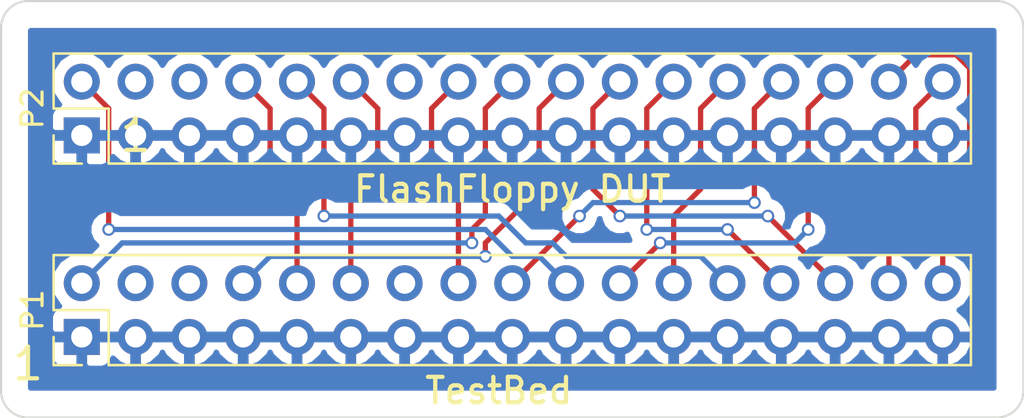
<source format=kicad_pcb>
(kicad_pcb (version 20171130) (host pcbnew 5.0.2-bee76a0~70~ubuntu18.04.1)

  (general
    (thickness 1.6)
    (drawings 12)
    (tracks 84)
    (zones 0)
    (modules 2)
    (nets 19)
  )

  (page A4)
  (layers
    (0 F.Cu signal)
    (31 B.Cu signal)
    (32 B.Adhes user)
    (33 F.Adhes user)
    (34 B.Paste user)
    (35 F.Paste user)
    (36 B.SilkS user)
    (37 F.SilkS user)
    (38 B.Mask user)
    (39 F.Mask user)
    (40 Dwgs.User user)
    (41 Cmts.User user)
    (42 Eco1.User user)
    (43 Eco2.User user)
    (44 Edge.Cuts user)
    (45 Margin user)
    (46 B.CrtYd user)
    (47 F.CrtYd user)
    (48 B.Fab user)
    (49 F.Fab user)
  )

  (setup
    (last_trace_width 0.25)
    (trace_clearance 0.2)
    (zone_clearance 0.508)
    (zone_45_only no)
    (trace_min 0.2)
    (segment_width 0.2)
    (edge_width 0.1)
    (via_size 0.6)
    (via_drill 0.4)
    (via_min_size 0.4)
    (via_min_drill 0.3)
    (uvia_size 0.3)
    (uvia_drill 0.1)
    (uvias_allowed no)
    (uvia_min_size 0.2)
    (uvia_min_drill 0.1)
    (pcb_text_width 0.3)
    (pcb_text_size 1.5 1.5)
    (mod_edge_width 0.15)
    (mod_text_size 1 1)
    (mod_text_width 0.15)
    (pad_size 1.5 1.5)
    (pad_drill 0.6)
    (pad_to_mask_clearance 0)
    (solder_mask_min_width 0.25)
    (aux_axis_origin 0 0)
    (visible_elements FFFFFF7F)
    (pcbplotparams
      (layerselection 0x00030_80000001)
      (usegerberextensions false)
      (usegerberattributes false)
      (usegerberadvancedattributes false)
      (creategerberjobfile false)
      (excludeedgelayer true)
      (linewidth 0.100000)
      (plotframeref false)
      (viasonmask false)
      (mode 1)
      (useauxorigin false)
      (hpglpennumber 1)
      (hpglpenspeed 20)
      (hpglpendiameter 15.000000)
      (psnegative false)
      (psa4output false)
      (plotreference true)
      (plotvalue true)
      (plotinvisibletext false)
      (padsonsilk false)
      (subtractmaskfromsilk false)
      (outputformat 1)
      (mirror false)
      (drillshape 1)
      (scaleselection 1)
      (outputdirectory ""))
  )

  (net 0 "")
  (net 1 /GND)
  (net 2 "Net-(P1-Pad4)")
  (net 3 "Net-(P1-Pad6)")
  (net 4 /IDX)
  (net 5 /SEL0)
  (net 6 /SEL1)
  (net 7 "Net-(P1-Pad14)")
  (net 8 /MTR)
  (net 9 /DIR)
  (net 10 /STEP)
  (net 11 /WDATA)
  (net 12 /WGATE)
  (net 13 /TRK0)
  (net 14 /WRPROT)
  (net 15 /RDATA)
  (net 16 /SIDE)
  (net 17 /RDY)
  (net 18 /DSKCHG)

  (net_class Default "This is the default net class."
    (clearance 0.2)
    (trace_width 0.25)
    (via_dia 0.6)
    (via_drill 0.4)
    (uvia_dia 0.3)
    (uvia_drill 0.1)
    (add_net /DIR)
    (add_net /DSKCHG)
    (add_net /GND)
    (add_net /IDX)
    (add_net /MTR)
    (add_net /RDATA)
    (add_net /RDY)
    (add_net /SEL0)
    (add_net /SEL1)
    (add_net /SIDE)
    (add_net /STEP)
    (add_net /TRK0)
    (add_net /WDATA)
    (add_net /WGATE)
    (add_net /WRPROT)
    (add_net "Net-(P1-Pad14)")
    (add_net "Net-(P1-Pad4)")
    (add_net "Net-(P1-Pad6)")
  )

  (module Connector_PinHeader_2.54mm:PinHeader_2x17_P2.54mm_Vertical (layer F.Cu) (tedit 59FED5CC) (tstamp 5CE7F1DD)
    (at 123.825 109.855 90)
    (descr "Through hole straight pin header, 2x17, 2.54mm pitch, double rows")
    (tags "Through hole pin header THT 2x17 2.54mm double row")
    (path /55AF972A)
    (fp_text reference P1 (at 1.27 -2.33 90) (layer F.SilkS)
      (effects (font (size 1 1) (thickness 0.15)))
    )
    (fp_text value FLOPPY_34 (at 1.27 42.97 90) (layer F.Fab)
      (effects (font (size 1 1) (thickness 0.15)))
    )
    (fp_line (start 0 -1.27) (end 3.81 -1.27) (layer F.Fab) (width 0.1))
    (fp_line (start 3.81 -1.27) (end 3.81 41.91) (layer F.Fab) (width 0.1))
    (fp_line (start 3.81 41.91) (end -1.27 41.91) (layer F.Fab) (width 0.1))
    (fp_line (start -1.27 41.91) (end -1.27 0) (layer F.Fab) (width 0.1))
    (fp_line (start -1.27 0) (end 0 -1.27) (layer F.Fab) (width 0.1))
    (fp_line (start -1.33 41.97) (end 3.87 41.97) (layer F.SilkS) (width 0.12))
    (fp_line (start -1.33 1.27) (end -1.33 41.97) (layer F.SilkS) (width 0.12))
    (fp_line (start 3.87 -1.33) (end 3.87 41.97) (layer F.SilkS) (width 0.12))
    (fp_line (start -1.33 1.27) (end 1.27 1.27) (layer F.SilkS) (width 0.12))
    (fp_line (start 1.27 1.27) (end 1.27 -1.33) (layer F.SilkS) (width 0.12))
    (fp_line (start 1.27 -1.33) (end 3.87 -1.33) (layer F.SilkS) (width 0.12))
    (fp_line (start -1.33 0) (end -1.33 -1.33) (layer F.SilkS) (width 0.12))
    (fp_line (start -1.33 -1.33) (end 0 -1.33) (layer F.SilkS) (width 0.12))
    (fp_line (start -1.8 -1.8) (end -1.8 42.45) (layer F.CrtYd) (width 0.05))
    (fp_line (start -1.8 42.45) (end 4.35 42.45) (layer F.CrtYd) (width 0.05))
    (fp_line (start 4.35 42.45) (end 4.35 -1.8) (layer F.CrtYd) (width 0.05))
    (fp_line (start 4.35 -1.8) (end -1.8 -1.8) (layer F.CrtYd) (width 0.05))
    (fp_text user %R (at 1.27 20.32 180) (layer F.Fab)
      (effects (font (size 1 1) (thickness 0.15)))
    )
    (pad 1 thru_hole rect (at 0 0 90) (size 1.7 1.7) (drill 1) (layers *.Cu *.Mask)
      (net 1 /GND))
    (pad 2 thru_hole oval (at 2.54 0 90) (size 1.7 1.7) (drill 1) (layers *.Cu *.Mask)
      (net 18 /DSKCHG))
    (pad 3 thru_hole oval (at 0 2.54 90) (size 1.7 1.7) (drill 1) (layers *.Cu *.Mask)
      (net 1 /GND))
    (pad 4 thru_hole oval (at 2.54 2.54 90) (size 1.7 1.7) (drill 1) (layers *.Cu *.Mask)
      (net 2 "Net-(P1-Pad4)"))
    (pad 5 thru_hole oval (at 0 5.08 90) (size 1.7 1.7) (drill 1) (layers *.Cu *.Mask)
      (net 1 /GND))
    (pad 6 thru_hole oval (at 2.54 5.08 90) (size 1.7 1.7) (drill 1) (layers *.Cu *.Mask)
      (net 3 "Net-(P1-Pad6)"))
    (pad 7 thru_hole oval (at 0 7.62 90) (size 1.7 1.7) (drill 1) (layers *.Cu *.Mask)
      (net 1 /GND))
    (pad 8 thru_hole oval (at 2.54 7.62 90) (size 1.7 1.7) (drill 1) (layers *.Cu *.Mask)
      (net 4 /IDX))
    (pad 9 thru_hole oval (at 0 10.16 90) (size 1.7 1.7) (drill 1) (layers *.Cu *.Mask)
      (net 1 /GND))
    (pad 10 thru_hole oval (at 2.54 10.16 90) (size 1.7 1.7) (drill 1) (layers *.Cu *.Mask)
      (net 5 /SEL0))
    (pad 11 thru_hole oval (at 0 12.7 90) (size 1.7 1.7) (drill 1) (layers *.Cu *.Mask)
      (net 1 /GND))
    (pad 12 thru_hole oval (at 2.54 12.7 90) (size 1.7 1.7) (drill 1) (layers *.Cu *.Mask)
      (net 6 /SEL1))
    (pad 13 thru_hole oval (at 0 15.24 90) (size 1.7 1.7) (drill 1) (layers *.Cu *.Mask)
      (net 1 /GND))
    (pad 14 thru_hole oval (at 2.54 15.24 90) (size 1.7 1.7) (drill 1) (layers *.Cu *.Mask)
      (net 7 "Net-(P1-Pad14)"))
    (pad 15 thru_hole oval (at 0 17.78 90) (size 1.7 1.7) (drill 1) (layers *.Cu *.Mask)
      (net 1 /GND))
    (pad 16 thru_hole oval (at 2.54 17.78 90) (size 1.7 1.7) (drill 1) (layers *.Cu *.Mask)
      (net 8 /MTR))
    (pad 17 thru_hole oval (at 0 20.32 90) (size 1.7 1.7) (drill 1) (layers *.Cu *.Mask)
      (net 1 /GND))
    (pad 18 thru_hole oval (at 2.54 20.32 90) (size 1.7 1.7) (drill 1) (layers *.Cu *.Mask)
      (net 9 /DIR))
    (pad 19 thru_hole oval (at 0 22.86 90) (size 1.7 1.7) (drill 1) (layers *.Cu *.Mask)
      (net 1 /GND))
    (pad 20 thru_hole oval (at 2.54 22.86 90) (size 1.7 1.7) (drill 1) (layers *.Cu *.Mask)
      (net 10 /STEP))
    (pad 21 thru_hole oval (at 0 25.4 90) (size 1.7 1.7) (drill 1) (layers *.Cu *.Mask)
      (net 1 /GND))
    (pad 22 thru_hole oval (at 2.54 25.4 90) (size 1.7 1.7) (drill 1) (layers *.Cu *.Mask)
      (net 11 /WDATA))
    (pad 23 thru_hole oval (at 0 27.94 90) (size 1.7 1.7) (drill 1) (layers *.Cu *.Mask)
      (net 1 /GND))
    (pad 24 thru_hole oval (at 2.54 27.94 90) (size 1.7 1.7) (drill 1) (layers *.Cu *.Mask)
      (net 12 /WGATE))
    (pad 25 thru_hole oval (at 0 30.48 90) (size 1.7 1.7) (drill 1) (layers *.Cu *.Mask)
      (net 1 /GND))
    (pad 26 thru_hole oval (at 2.54 30.48 90) (size 1.7 1.7) (drill 1) (layers *.Cu *.Mask)
      (net 13 /TRK0))
    (pad 27 thru_hole oval (at 0 33.02 90) (size 1.7 1.7) (drill 1) (layers *.Cu *.Mask)
      (net 1 /GND))
    (pad 28 thru_hole oval (at 2.54 33.02 90) (size 1.7 1.7) (drill 1) (layers *.Cu *.Mask)
      (net 14 /WRPROT))
    (pad 29 thru_hole oval (at 0 35.56 90) (size 1.7 1.7) (drill 1) (layers *.Cu *.Mask)
      (net 1 /GND))
    (pad 30 thru_hole oval (at 2.54 35.56 90) (size 1.7 1.7) (drill 1) (layers *.Cu *.Mask)
      (net 15 /RDATA))
    (pad 31 thru_hole oval (at 0 38.1 90) (size 1.7 1.7) (drill 1) (layers *.Cu *.Mask)
      (net 1 /GND))
    (pad 32 thru_hole oval (at 2.54 38.1 90) (size 1.7 1.7) (drill 1) (layers *.Cu *.Mask)
      (net 16 /SIDE))
    (pad 33 thru_hole oval (at 0 40.64 90) (size 1.7 1.7) (drill 1) (layers *.Cu *.Mask)
      (net 1 /GND))
    (pad 34 thru_hole oval (at 2.54 40.64 90) (size 1.7 1.7) (drill 1) (layers *.Cu *.Mask)
      (net 17 /RDY))
    (model ${KISYS3DMOD}/Connector_PinHeader_2.54mm.3dshapes/PinHeader_2x17_P2.54mm_Vertical.wrl
      (at (xyz 0 0 0))
      (scale (xyz 1 1 1))
      (rotate (xyz 0 0 0))
    )
  )

  (module Connector_PinHeader_2.54mm:PinHeader_2x17_P2.54mm_Vertical (layer F.Cu) (tedit 59FED5CC) (tstamp 5CE7F214)
    (at 123.825 100.33 90)
    (descr "Through hole straight pin header, 2x17, 2.54mm pitch, double rows")
    (tags "Through hole pin header THT 2x17 2.54mm double row")
    (path /5CE802AD)
    (fp_text reference P2 (at 1.27 -2.33 90) (layer F.SilkS)
      (effects (font (size 1 1) (thickness 0.15)))
    )
    (fp_text value FLOPPY_34 (at 1.27 42.97 90) (layer F.Fab)
      (effects (font (size 1 1) (thickness 0.15)))
    )
    (fp_text user %R (at 1.27 20.32 180) (layer F.Fab)
      (effects (font (size 1 1) (thickness 0.15)))
    )
    (fp_line (start 4.35 -1.8) (end -1.8 -1.8) (layer F.CrtYd) (width 0.05))
    (fp_line (start 4.35 42.45) (end 4.35 -1.8) (layer F.CrtYd) (width 0.05))
    (fp_line (start -1.8 42.45) (end 4.35 42.45) (layer F.CrtYd) (width 0.05))
    (fp_line (start -1.8 -1.8) (end -1.8 42.45) (layer F.CrtYd) (width 0.05))
    (fp_line (start -1.33 -1.33) (end 0 -1.33) (layer F.SilkS) (width 0.12))
    (fp_line (start -1.33 0) (end -1.33 -1.33) (layer F.SilkS) (width 0.12))
    (fp_line (start 1.27 -1.33) (end 3.87 -1.33) (layer F.SilkS) (width 0.12))
    (fp_line (start 1.27 1.27) (end 1.27 -1.33) (layer F.SilkS) (width 0.12))
    (fp_line (start -1.33 1.27) (end 1.27 1.27) (layer F.SilkS) (width 0.12))
    (fp_line (start 3.87 -1.33) (end 3.87 41.97) (layer F.SilkS) (width 0.12))
    (fp_line (start -1.33 1.27) (end -1.33 41.97) (layer F.SilkS) (width 0.12))
    (fp_line (start -1.33 41.97) (end 3.87 41.97) (layer F.SilkS) (width 0.12))
    (fp_line (start -1.27 0) (end 0 -1.27) (layer F.Fab) (width 0.1))
    (fp_line (start -1.27 41.91) (end -1.27 0) (layer F.Fab) (width 0.1))
    (fp_line (start 3.81 41.91) (end -1.27 41.91) (layer F.Fab) (width 0.1))
    (fp_line (start 3.81 -1.27) (end 3.81 41.91) (layer F.Fab) (width 0.1))
    (fp_line (start 0 -1.27) (end 3.81 -1.27) (layer F.Fab) (width 0.1))
    (pad 34 thru_hole oval (at 2.54 40.64 90) (size 1.7 1.7) (drill 1) (layers *.Cu *.Mask)
      (net 16 /SIDE))
    (pad 33 thru_hole oval (at 0 40.64 90) (size 1.7 1.7) (drill 1) (layers *.Cu *.Mask)
      (net 1 /GND))
    (pad 32 thru_hole oval (at 2.54 38.1 90) (size 1.7 1.7) (drill 1) (layers *.Cu *.Mask)
      (net 17 /RDY))
    (pad 31 thru_hole oval (at 0 38.1 90) (size 1.7 1.7) (drill 1) (layers *.Cu *.Mask)
      (net 1 /GND))
    (pad 30 thru_hole oval (at 2.54 35.56 90) (size 1.7 1.7) (drill 1) (layers *.Cu *.Mask)
      (net 11 /WDATA))
    (pad 29 thru_hole oval (at 0 35.56 90) (size 1.7 1.7) (drill 1) (layers *.Cu *.Mask)
      (net 1 /GND))
    (pad 28 thru_hole oval (at 2.54 33.02 90) (size 1.7 1.7) (drill 1) (layers *.Cu *.Mask)
      (net 9 /DIR))
    (pad 27 thru_hole oval (at 0 33.02 90) (size 1.7 1.7) (drill 1) (layers *.Cu *.Mask)
      (net 1 /GND))
    (pad 26 thru_hole oval (at 2.54 30.48 90) (size 1.7 1.7) (drill 1) (layers *.Cu *.Mask)
      (net 12 /WGATE))
    (pad 25 thru_hole oval (at 0 30.48 90) (size 1.7 1.7) (drill 1) (layers *.Cu *.Mask)
      (net 1 /GND))
    (pad 24 thru_hole oval (at 2.54 27.94 90) (size 1.7 1.7) (drill 1) (layers *.Cu *.Mask)
      (net 14 /WRPROT))
    (pad 23 thru_hole oval (at 0 27.94 90) (size 1.7 1.7) (drill 1) (layers *.Cu *.Mask)
      (net 1 /GND))
    (pad 22 thru_hole oval (at 2.54 25.4 90) (size 1.7 1.7) (drill 1) (layers *.Cu *.Mask)
      (net 15 /RDATA))
    (pad 21 thru_hole oval (at 0 25.4 90) (size 1.7 1.7) (drill 1) (layers *.Cu *.Mask)
      (net 1 /GND))
    (pad 20 thru_hole oval (at 2.54 22.86 90) (size 1.7 1.7) (drill 1) (layers *.Cu *.Mask)
      (net 4 /IDX))
    (pad 19 thru_hole oval (at 0 22.86 90) (size 1.7 1.7) (drill 1) (layers *.Cu *.Mask)
      (net 1 /GND))
    (pad 18 thru_hole oval (at 2.54 20.32 90) (size 1.7 1.7) (drill 1) (layers *.Cu *.Mask)
      (net 18 /DSKCHG))
    (pad 17 thru_hole oval (at 0 20.32 90) (size 1.7 1.7) (drill 1) (layers *.Cu *.Mask)
      (net 1 /GND))
    (pad 16 thru_hole oval (at 2.54 17.78 90) (size 1.7 1.7) (drill 1) (layers *.Cu *.Mask)
      (net 8 /MTR))
    (pad 15 thru_hole oval (at 0 17.78 90) (size 1.7 1.7) (drill 1) (layers *.Cu *.Mask)
      (net 1 /GND))
    (pad 14 thru_hole oval (at 2.54 15.24 90) (size 1.7 1.7) (drill 1) (layers *.Cu *.Mask))
    (pad 13 thru_hole oval (at 0 15.24 90) (size 1.7 1.7) (drill 1) (layers *.Cu *.Mask)
      (net 1 /GND))
    (pad 12 thru_hole oval (at 2.54 12.7 90) (size 1.7 1.7) (drill 1) (layers *.Cu *.Mask)
      (net 6 /SEL1))
    (pad 11 thru_hole oval (at 0 12.7 90) (size 1.7 1.7) (drill 1) (layers *.Cu *.Mask)
      (net 1 /GND))
    (pad 10 thru_hole oval (at 2.54 10.16 90) (size 1.7 1.7) (drill 1) (layers *.Cu *.Mask)
      (net 13 /TRK0))
    (pad 9 thru_hole oval (at 0 10.16 90) (size 1.7 1.7) (drill 1) (layers *.Cu *.Mask)
      (net 1 /GND))
    (pad 8 thru_hole oval (at 2.54 7.62 90) (size 1.7 1.7) (drill 1) (layers *.Cu *.Mask)
      (net 5 /SEL0))
    (pad 7 thru_hole oval (at 0 7.62 90) (size 1.7 1.7) (drill 1) (layers *.Cu *.Mask)
      (net 1 /GND))
    (pad 6 thru_hole oval (at 2.54 5.08 90) (size 1.7 1.7) (drill 1) (layers *.Cu *.Mask))
    (pad 5 thru_hole oval (at 0 5.08 90) (size 1.7 1.7) (drill 1) (layers *.Cu *.Mask)
      (net 1 /GND))
    (pad 4 thru_hole oval (at 2.54 2.54 90) (size 1.7 1.7) (drill 1) (layers *.Cu *.Mask))
    (pad 3 thru_hole oval (at 0 2.54 90) (size 1.7 1.7) (drill 1) (layers *.Cu *.Mask)
      (net 1 /GND))
    (pad 2 thru_hole oval (at 2.54 0 90) (size 1.7 1.7) (drill 1) (layers *.Cu *.Mask)
      (net 10 /STEP))
    (pad 1 thru_hole rect (at 0 0 90) (size 1.7 1.7) (drill 1) (layers *.Cu *.Mask)
      (net 1 /GND))
    (model ${KISYS3DMOD}/Connector_PinHeader_2.54mm.3dshapes/PinHeader_2x17_P2.54mm_Vertical.wrl
      (at (xyz 0 0 0))
      (scale (xyz 1 1 1))
      (rotate (xyz 0 0 0))
    )
  )

  (gr_text TestBed (at 143.51 112.395) (layer F.SilkS)
    (effects (font (size 1.2 1.2) (thickness 0.2)))
  )
  (gr_text "FlashFloppy DUT" (at 144.145 102.87) (layer F.SilkS)
    (effects (font (size 1.2 1.2) (thickness 0.2)))
  )
  (gr_text 1 (at 121.285 111.125) (layer F.SilkS)
    (effects (font (size 1.5 1.5) (thickness 0.2)))
  )
  (gr_text 1 (at 126.365 100.33) (layer F.SilkS)
    (effects (font (size 1.5 1.5) (thickness 0.2)))
  )
  (gr_line (start 121.285 93.98) (end 167.005 93.98) (angle 90) (layer Edge.Cuts) (width 0.1))
  (gr_line (start 120.015 95.25) (end 120.015 112.395) (angle 90) (layer Edge.Cuts) (width 0.1))
  (gr_line (start 168.275 112.395) (end 168.275 95.25) (angle 90) (layer Edge.Cuts) (width 0.1))
  (gr_line (start 121.285 113.665) (end 167.005 113.665) (angle 90) (layer Edge.Cuts) (width 0.1))
  (gr_arc (start 121.285 112.395) (end 121.285 113.665) (angle 90) (layer Edge.Cuts) (width 0.1))
  (gr_arc (start 121.285 95.25) (end 120.015 95.25) (angle 90) (layer Edge.Cuts) (width 0.1))
  (gr_arc (start 167.005 95.25) (end 167.005 93.98) (angle 90) (layer Edge.Cuts) (width 0.1))
  (gr_arc (start 167.005 112.395) (end 168.275 112.395) (angle 90) (layer Edge.Cuts) (width 0.1))

  (segment (start 146.685 97.79) (end 145.415 99.06) (width 0.25) (layer F.Cu) (net 4) (tstamp 5CE80CD9) (status 400000))
  (segment (start 132.715 106.045) (end 131.445 107.315) (width 0.25) (layer B.Cu) (net 4) (status 800000))
  (segment (start 132.715 106.045) (end 142.875 106.045) (width 0.25) (layer B.Cu) (net 4) (tstamp 5CE80CC0))
  (via (at 142.875 106.045) (size 0.6) (drill 0.4) (layers F.Cu B.Cu) (net 4))
  (segment (start 142.875 106.045) (end 142.875 105.41) (width 0.25) (layer F.Cu) (net 4) (tstamp 5CE80CCA))
  (segment (start 142.875 105.41) (end 145.415 102.87) (width 0.25) (layer F.Cu) (net 4) (tstamp 5CE80CCB))
  (segment (start 145.415 102.87) (end 145.415 99.06) (width 0.25) (layer F.Cu) (net 4) (tstamp 5CE80CD0))
  (segment (start 133.985 107.315) (end 133.985 102.87) (width 0.25) (layer F.Cu) (net 5) (status 400000))
  (segment (start 132.715 99.06) (end 131.445 97.79) (width 0.25) (layer F.Cu) (net 5) (tstamp 5CE80495) (status 800000))
  (segment (start 132.715 101.6) (end 132.715 99.06) (width 0.25) (layer F.Cu) (net 5) (tstamp 5CE80493))
  (segment (start 133.985 102.87) (end 132.715 101.6) (width 0.25) (layer F.Cu) (net 5) (tstamp 5CE80491))
  (segment (start 136.525 107.315) (end 136.525 102.87) (width 0.25) (layer F.Cu) (net 6) (status 400000))
  (segment (start 137.795 99.06) (end 136.525 97.79) (width 0.25) (layer F.Cu) (net 6) (tstamp 5CE8048C) (status 800000))
  (segment (start 137.795 101.6) (end 137.795 99.06) (width 0.25) (layer F.Cu) (net 6) (tstamp 5CE8048A))
  (segment (start 136.525 102.87) (end 137.795 101.6) (width 0.25) (layer F.Cu) (net 6) (tstamp 5CE80488))
  (segment (start 141.605 107.315) (end 141.605 102.87) (width 0.25) (layer F.Cu) (net 8) (status 400000))
  (segment (start 140.335 99.06) (end 141.605 97.79) (width 0.25) (layer F.Cu) (net 8) (tstamp 5CE804B2) (status 800000))
  (segment (start 140.335 101.6) (end 140.335 99.06) (width 0.25) (layer F.Cu) (net 8) (tstamp 5CE804B0))
  (segment (start 141.605 102.87) (end 140.335 101.6) (width 0.25) (layer F.Cu) (net 8) (tstamp 5CE804AE))
  (segment (start 144.145 107.315) (end 147.32 104.14) (width 0.25) (layer F.Cu) (net 9) (status 400000))
  (segment (start 155.575 99.06) (end 156.845 97.79) (width 0.25) (layer F.Cu) (net 9) (tstamp 5CE80DA6) (status 800000))
  (segment (start 155.575 103.505) (end 155.575 99.06) (width 0.25) (layer F.Cu) (net 9) (tstamp 5CE80DA5))
  (via (at 155.575 103.505) (size 0.6) (drill 0.4) (layers F.Cu B.Cu) (net 9))
  (segment (start 147.955 103.505) (end 155.575 103.505) (width 0.25) (layer B.Cu) (net 9) (tstamp 5CE80DA0))
  (segment (start 147.32 104.14) (end 147.955 103.505) (width 0.25) (layer B.Cu) (net 9) (tstamp 5CE80D9F))
  (via (at 147.32 104.14) (size 0.6) (drill 0.4) (layers F.Cu B.Cu) (net 9))
  (segment (start 146.685 107.315) (end 145.415 106.045) (width 0.25) (layer B.Cu) (net 10) (status 400000))
  (segment (start 125.095 99.06) (end 123.825 97.79) (width 0.25) (layer F.Cu) (net 10) (tstamp 5CE80D46) (status 800000))
  (segment (start 125.095 104.775) (end 125.095 99.06) (width 0.25) (layer F.Cu) (net 10) (tstamp 5CE80D45))
  (via (at 125.095 104.775) (size 0.6) (drill 0.4) (layers F.Cu B.Cu) (net 10))
  (segment (start 142.875 104.775) (end 125.095 104.775) (width 0.25) (layer B.Cu) (net 10) (tstamp 5CE80D33))
  (segment (start 144.145 106.045) (end 142.875 104.775) (width 0.25) (layer B.Cu) (net 10) (tstamp 5CE80D30))
  (segment (start 145.415 106.045) (end 144.145 106.045) (width 0.25) (layer B.Cu) (net 10) (tstamp 5CE80D2D))
  (segment (start 149.225 107.315) (end 149.225 106.68) (width 0.25) (layer F.Cu) (net 11) (status C00000))
  (segment (start 149.225 107.315) (end 151.13 105.41) (width 0.25) (layer F.Cu) (net 11) (status 400000))
  (segment (start 158.115 99.06) (end 159.385 97.79) (width 0.25) (layer F.Cu) (net 11) (tstamp 5CE80BD7) (status 800000))
  (segment (start 158.115 104.775) (end 158.115 99.06) (width 0.25) (layer F.Cu) (net 11) (tstamp 5CE80BD6))
  (via (at 158.115 104.775) (size 0.6) (drill 0.4) (layers F.Cu B.Cu) (net 11))
  (segment (start 157.48 105.41) (end 158.115 104.775) (width 0.25) (layer B.Cu) (net 11) (tstamp 5CE80BBB))
  (segment (start 151.13 105.41) (end 157.48 105.41) (width 0.25) (layer B.Cu) (net 11) (tstamp 5CE80BBA))
  (via (at 151.13 105.41) (size 0.6) (drill 0.4) (layers F.Cu B.Cu) (net 11))
  (segment (start 151.765 107.315) (end 151.765 104.14) (width 0.25) (layer F.Cu) (net 12) (status 400000))
  (segment (start 153.035 99.06) (end 154.305 97.79) (width 0.25) (layer F.Cu) (net 12) (tstamp 5CE80452) (status 800000))
  (segment (start 153.035 102.87) (end 153.035 99.06) (width 0.25) (layer F.Cu) (net 12) (tstamp 5CE80450))
  (segment (start 151.765 104.14) (end 153.035 102.87) (width 0.25) (layer F.Cu) (net 12) (tstamp 5CE8044E))
  (segment (start 154.305 107.315) (end 153.035 106.045) (width 0.25) (layer B.Cu) (net 13) (status 400000))
  (segment (start 135.255 99.06) (end 133.985 97.79) (width 0.25) (layer F.Cu) (net 13) (tstamp 5CE80DEE) (status 800000))
  (segment (start 135.255 104.14) (end 135.255 99.06) (width 0.25) (layer F.Cu) (net 13) (tstamp 5CE80DED))
  (via (at 135.255 104.14) (size 0.6) (drill 0.4) (layers F.Cu B.Cu) (net 13))
  (segment (start 143.51 104.14) (end 135.255 104.14) (width 0.25) (layer B.Cu) (net 13) (tstamp 5CE80DE1))
  (segment (start 144.78 105.41) (end 143.51 104.14) (width 0.25) (layer B.Cu) (net 13) (tstamp 5CE80DDF))
  (segment (start 146.05 105.41) (end 144.78 105.41) (width 0.25) (layer B.Cu) (net 13) (tstamp 5CE80DDE))
  (segment (start 146.685 106.045) (end 146.05 105.41) (width 0.25) (layer B.Cu) (net 13) (tstamp 5CE80DDB))
  (segment (start 153.035 106.045) (end 146.685 106.045) (width 0.25) (layer B.Cu) (net 13) (tstamp 5CE80DD6))
  (segment (start 156.845 107.315) (end 154.305 104.775) (width 0.25) (layer F.Cu) (net 14) (status 400000))
  (segment (start 150.495 99.06) (end 151.765 97.79) (width 0.25) (layer F.Cu) (net 14) (tstamp 5CE80C06) (status 800000))
  (segment (start 150.495 104.775) (end 150.495 99.06) (width 0.25) (layer F.Cu) (net 14) (tstamp 5CE80C05))
  (via (at 150.495 104.775) (size 0.6) (drill 0.4) (layers F.Cu B.Cu) (net 14))
  (segment (start 154.305 104.775) (end 150.495 104.775) (width 0.25) (layer B.Cu) (net 14) (tstamp 5CE80C01))
  (via (at 154.305 104.775) (size 0.6) (drill 0.4) (layers F.Cu B.Cu) (net 14))
  (segment (start 159.385 107.315) (end 156.21 104.14) (width 0.25) (layer F.Cu) (net 15) (status 400000))
  (segment (start 147.955 99.06) (end 149.225 97.79) (width 0.25) (layer F.Cu) (net 15) (tstamp 5CE80C43) (status 800000))
  (segment (start 147.955 102.87) (end 147.955 99.06) (width 0.25) (layer F.Cu) (net 15) (tstamp 5CE80C41))
  (segment (start 149.225 104.14) (end 147.955 102.87) (width 0.25) (layer F.Cu) (net 15) (tstamp 5CE80C40))
  (via (at 149.225 104.14) (size 0.6) (drill 0.4) (layers F.Cu B.Cu) (net 15))
  (segment (start 156.21 104.14) (end 149.225 104.14) (width 0.25) (layer B.Cu) (net 15) (tstamp 5CE80C35))
  (via (at 156.21 104.14) (size 0.6) (drill 0.4) (layers F.Cu B.Cu) (net 15))
  (segment (start 161.925 107.315) (end 161.925 105.41) (width 0.25) (layer F.Cu) (net 16) (status 400000))
  (segment (start 163.195 99.06) (end 164.465 97.79) (width 0.25) (layer F.Cu) (net 16) (tstamp 5CE8043F) (status 800000))
  (segment (start 163.195 104.14) (end 163.195 99.06) (width 0.25) (layer F.Cu) (net 16) (tstamp 5CE8043D))
  (segment (start 161.925 105.41) (end 163.195 104.14) (width 0.25) (layer F.Cu) (net 16) (tstamp 5CE8043B))
  (segment (start 164.465 107.315) (end 164.465 102.87) (width 0.25) (layer F.Cu) (net 17) (status 400000))
  (segment (start 163.195 96.52) (end 161.925 97.79) (width 0.25) (layer F.Cu) (net 17) (tstamp 5CE80F66) (status 800000))
  (segment (start 165.1 96.52) (end 163.195 96.52) (width 0.25) (layer F.Cu) (net 17) (tstamp 5CE80F65))
  (segment (start 165.735 97.155) (end 165.1 96.52) (width 0.25) (layer F.Cu) (net 17) (tstamp 5CE80F64))
  (segment (start 165.735 101.6) (end 165.735 97.155) (width 0.25) (layer F.Cu) (net 17) (tstamp 5CE80F63))
  (segment (start 164.465 102.87) (end 165.735 101.6) (width 0.25) (layer F.Cu) (net 17) (tstamp 5CE80F62))
  (segment (start 144.145 97.79) (end 142.875 99.06) (width 0.25) (layer F.Cu) (net 18) (tstamp 5CE80CF4) (status 400000))
  (segment (start 125.73 105.41) (end 123.825 107.315) (width 0.25) (layer B.Cu) (net 18) (status 800000))
  (segment (start 125.73 105.41) (end 142.24 105.41) (width 0.25) (layer B.Cu) (net 18) (tstamp 5CE80CE7))
  (via (at 142.24 105.41) (size 0.6) (drill 0.4) (layers F.Cu B.Cu) (net 18))
  (segment (start 142.24 105.41) (end 142.24 104.775) (width 0.25) (layer F.Cu) (net 18) (tstamp 5CE80CED))
  (segment (start 142.24 104.775) (end 142.875 104.14) (width 0.25) (layer F.Cu) (net 18) (tstamp 5CE80CEE))
  (segment (start 142.875 104.14) (end 142.875 99.06) (width 0.25) (layer F.Cu) (net 18) (tstamp 5CE80CF1))

  (zone (net 1) (net_name /GND) (layer B.Cu) (tstamp 55AFAD78) (hatch edge 0.508)
    (connect_pads (clearance 0.508))
    (min_thickness 0.254)
    (fill yes (arc_segments 16) (thermal_gap 0.508) (thermal_bridge_width 0.508))
    (polygon
      (pts
        (xy 167.005 112.395) (xy 121.285 112.395) (xy 121.285 95.25) (xy 167.005 95.25)
      )
    )
    (filled_polygon
      (pts
        (xy 166.878 112.268) (xy 121.412 112.268) (xy 121.412 110.14075) (xy 122.34 110.14075) (xy 122.34 110.831309)
        (xy 122.436673 111.064698) (xy 122.615301 111.243327) (xy 122.84869 111.34) (xy 123.53925 111.34) (xy 123.698 111.18125)
        (xy 123.698 109.982) (xy 123.952 109.982) (xy 123.952 111.18125) (xy 124.11075 111.34) (xy 124.80131 111.34)
        (xy 125.034699 111.243327) (xy 125.213327 111.064698) (xy 125.300136 110.855122) (xy 125.598076 111.126645) (xy 126.00811 111.296476)
        (xy 126.238 111.175155) (xy 126.238 109.982) (xy 126.492 109.982) (xy 126.492 111.175155) (xy 126.72189 111.296476)
        (xy 127.131924 111.126645) (xy 127.560183 110.736358) (xy 127.635 110.577046) (xy 127.709817 110.736358) (xy 128.138076 111.126645)
        (xy 128.54811 111.296476) (xy 128.778 111.175155) (xy 128.778 109.982) (xy 129.032 109.982) (xy 129.032 111.175155)
        (xy 129.26189 111.296476) (xy 129.671924 111.126645) (xy 130.100183 110.736358) (xy 130.175 110.577046) (xy 130.249817 110.736358)
        (xy 130.678076 111.126645) (xy 131.08811 111.296476) (xy 131.318 111.175155) (xy 131.318 109.982) (xy 131.572 109.982)
        (xy 131.572 111.175155) (xy 131.80189 111.296476) (xy 132.211924 111.126645) (xy 132.640183 110.736358) (xy 132.715 110.577046)
        (xy 132.789817 110.736358) (xy 133.218076 111.126645) (xy 133.62811 111.296476) (xy 133.858 111.175155) (xy 133.858 109.982)
        (xy 134.112 109.982) (xy 134.112 111.175155) (xy 134.34189 111.296476) (xy 134.751924 111.126645) (xy 135.180183 110.736358)
        (xy 135.255 110.577046) (xy 135.329817 110.736358) (xy 135.758076 111.126645) (xy 136.16811 111.296476) (xy 136.398 111.175155)
        (xy 136.398 109.982) (xy 136.652 109.982) (xy 136.652 111.175155) (xy 136.88189 111.296476) (xy 137.291924 111.126645)
        (xy 137.720183 110.736358) (xy 137.795 110.577046) (xy 137.869817 110.736358) (xy 138.298076 111.126645) (xy 138.70811 111.296476)
        (xy 138.938 111.175155) (xy 138.938 109.982) (xy 139.192 109.982) (xy 139.192 111.175155) (xy 139.42189 111.296476)
        (xy 139.831924 111.126645) (xy 140.260183 110.736358) (xy 140.335 110.577046) (xy 140.409817 110.736358) (xy 140.838076 111.126645)
        (xy 141.24811 111.296476) (xy 141.478 111.175155) (xy 141.478 109.982) (xy 141.732 109.982) (xy 141.732 111.175155)
        (xy 141.96189 111.296476) (xy 142.371924 111.126645) (xy 142.800183 110.736358) (xy 142.875 110.577046) (xy 142.949817 110.736358)
        (xy 143.378076 111.126645) (xy 143.78811 111.296476) (xy 144.018 111.175155) (xy 144.018 109.982) (xy 144.272 109.982)
        (xy 144.272 111.175155) (xy 144.50189 111.296476) (xy 144.911924 111.126645) (xy 145.340183 110.736358) (xy 145.415 110.577046)
        (xy 145.489817 110.736358) (xy 145.918076 111.126645) (xy 146.32811 111.296476) (xy 146.558 111.175155) (xy 146.558 109.982)
        (xy 146.812 109.982) (xy 146.812 111.175155) (xy 147.04189 111.296476) (xy 147.451924 111.126645) (xy 147.880183 110.736358)
        (xy 147.955 110.577046) (xy 148.029817 110.736358) (xy 148.458076 111.126645) (xy 148.86811 111.296476) (xy 149.098 111.175155)
        (xy 149.098 109.982) (xy 149.352 109.982) (xy 149.352 111.175155) (xy 149.58189 111.296476) (xy 149.991924 111.126645)
        (xy 150.420183 110.736358) (xy 150.495 110.577046) (xy 150.569817 110.736358) (xy 150.998076 111.126645) (xy 151.40811 111.296476)
        (xy 151.638 111.175155) (xy 151.638 109.982) (xy 151.892 109.982) (xy 151.892 111.175155) (xy 152.12189 111.296476)
        (xy 152.531924 111.126645) (xy 152.960183 110.736358) (xy 153.035 110.577046) (xy 153.109817 110.736358) (xy 153.538076 111.126645)
        (xy 153.94811 111.296476) (xy 154.178 111.175155) (xy 154.178 109.982) (xy 154.432 109.982) (xy 154.432 111.175155)
        (xy 154.66189 111.296476) (xy 155.071924 111.126645) (xy 155.500183 110.736358) (xy 155.575 110.577046) (xy 155.649817 110.736358)
        (xy 156.078076 111.126645) (xy 156.48811 111.296476) (xy 156.718 111.175155) (xy 156.718 109.982) (xy 156.972 109.982)
        (xy 156.972 111.175155) (xy 157.20189 111.296476) (xy 157.611924 111.126645) (xy 158.040183 110.736358) (xy 158.115 110.577046)
        (xy 158.189817 110.736358) (xy 158.618076 111.126645) (xy 159.02811 111.296476) (xy 159.258 111.175155) (xy 159.258 109.982)
        (xy 159.512 109.982) (xy 159.512 111.175155) (xy 159.74189 111.296476) (xy 160.151924 111.126645) (xy 160.580183 110.736358)
        (xy 160.655 110.577046) (xy 160.729817 110.736358) (xy 161.158076 111.126645) (xy 161.56811 111.296476) (xy 161.798 111.175155)
        (xy 161.798 109.982) (xy 162.052 109.982) (xy 162.052 111.175155) (xy 162.28189 111.296476) (xy 162.691924 111.126645)
        (xy 163.120183 110.736358) (xy 163.195 110.577046) (xy 163.269817 110.736358) (xy 163.698076 111.126645) (xy 164.10811 111.296476)
        (xy 164.338 111.175155) (xy 164.338 109.982) (xy 164.592 109.982) (xy 164.592 111.175155) (xy 164.82189 111.296476)
        (xy 165.231924 111.126645) (xy 165.660183 110.736358) (xy 165.906486 110.211892) (xy 165.785819 109.982) (xy 164.592 109.982)
        (xy 164.338 109.982) (xy 162.052 109.982) (xy 161.798 109.982) (xy 159.512 109.982) (xy 159.258 109.982)
        (xy 156.972 109.982) (xy 156.718 109.982) (xy 154.432 109.982) (xy 154.178 109.982) (xy 151.892 109.982)
        (xy 151.638 109.982) (xy 149.352 109.982) (xy 149.098 109.982) (xy 146.812 109.982) (xy 146.558 109.982)
        (xy 144.272 109.982) (xy 144.018 109.982) (xy 141.732 109.982) (xy 141.478 109.982) (xy 139.192 109.982)
        (xy 138.938 109.982) (xy 136.652 109.982) (xy 136.398 109.982) (xy 134.112 109.982) (xy 133.858 109.982)
        (xy 131.572 109.982) (xy 131.318 109.982) (xy 129.032 109.982) (xy 128.778 109.982) (xy 126.492 109.982)
        (xy 126.238 109.982) (xy 123.952 109.982) (xy 123.698 109.982) (xy 122.49875 109.982) (xy 122.34 110.14075)
        (xy 121.412 110.14075) (xy 121.412 107.315) (xy 122.310908 107.315) (xy 122.426161 107.894418) (xy 122.754375 108.385625)
        (xy 122.776032 108.400096) (xy 122.615301 108.466673) (xy 122.436673 108.645302) (xy 122.34 108.878691) (xy 122.34 109.56925)
        (xy 122.49875 109.728) (xy 123.698 109.728) (xy 123.698 109.708) (xy 123.952 109.708) (xy 123.952 109.728)
        (xy 126.238 109.728) (xy 126.238 109.708) (xy 126.492 109.708) (xy 126.492 109.728) (xy 128.778 109.728)
        (xy 128.778 109.708) (xy 129.032 109.708) (xy 129.032 109.728) (xy 131.318 109.728) (xy 131.318 109.708)
        (xy 131.572 109.708) (xy 131.572 109.728) (xy 133.858 109.728) (xy 133.858 109.708) (xy 134.112 109.708)
        (xy 134.112 109.728) (xy 136.398 109.728) (xy 136.398 109.708) (xy 136.652 109.708) (xy 136.652 109.728)
        (xy 138.938 109.728) (xy 138.938 109.708) (xy 139.192 109.708) (xy 139.192 109.728) (xy 141.478 109.728)
        (xy 141.478 109.708) (xy 141.732 109.708) (xy 141.732 109.728) (xy 144.018 109.728) (xy 144.018 109.708)
        (xy 144.272 109.708) (xy 144.272 109.728) (xy 146.558 109.728) (xy 146.558 109.708) (xy 146.812 109.708)
        (xy 146.812 109.728) (xy 149.098 109.728) (xy 149.098 109.708) (xy 149.352 109.708) (xy 149.352 109.728)
        (xy 151.638 109.728) (xy 151.638 109.708) (xy 151.892 109.708) (xy 151.892 109.728) (xy 154.178 109.728)
        (xy 154.178 109.708) (xy 154.432 109.708) (xy 154.432 109.728) (xy 156.718 109.728) (xy 156.718 109.708)
        (xy 156.972 109.708) (xy 156.972 109.728) (xy 159.258 109.728) (xy 159.258 109.708) (xy 159.512 109.708)
        (xy 159.512 109.728) (xy 161.798 109.728) (xy 161.798 109.708) (xy 162.052 109.708) (xy 162.052 109.728)
        (xy 164.338 109.728) (xy 164.338 109.708) (xy 164.592 109.708) (xy 164.592 109.728) (xy 165.785819 109.728)
        (xy 165.906486 109.498108) (xy 165.660183 108.973642) (xy 165.235214 108.586353) (xy 165.535625 108.385625) (xy 165.863839 107.894418)
        (xy 165.979092 107.315) (xy 165.863839 106.735582) (xy 165.535625 106.244375) (xy 165.044418 105.916161) (xy 164.611256 105.83)
        (xy 164.318744 105.83) (xy 163.885582 105.916161) (xy 163.394375 106.244375) (xy 163.195 106.542761) (xy 162.995625 106.244375)
        (xy 162.504418 105.916161) (xy 162.071256 105.83) (xy 161.778744 105.83) (xy 161.345582 105.916161) (xy 160.854375 106.244375)
        (xy 160.655 106.542761) (xy 160.455625 106.244375) (xy 159.964418 105.916161) (xy 159.531256 105.83) (xy 159.238744 105.83)
        (xy 158.805582 105.916161) (xy 158.314375 106.244375) (xy 158.115 106.542761) (xy 157.915625 106.244375) (xy 157.747088 106.131762)
        (xy 157.776537 106.125904) (xy 158.027929 105.957929) (xy 158.070331 105.89447) (xy 158.254801 105.71) (xy 158.300983 105.71)
        (xy 158.644635 105.567655) (xy 158.907655 105.304635) (xy 159.05 104.960983) (xy 159.05 104.589017) (xy 158.907655 104.245365)
        (xy 158.644635 103.982345) (xy 158.300983 103.84) (xy 157.929017 103.84) (xy 157.585365 103.982345) (xy 157.322345 104.245365)
        (xy 157.18 104.589017) (xy 157.18 104.635199) (xy 157.165199 104.65) (xy 157.010788 104.65) (xy 157.145 104.325983)
        (xy 157.145 103.954017) (xy 157.002655 103.610365) (xy 156.739635 103.347345) (xy 156.476605 103.238395) (xy 156.367655 102.975365)
        (xy 156.104635 102.712345) (xy 155.760983 102.57) (xy 155.389017 102.57) (xy 155.045365 102.712345) (xy 155.01271 102.745)
        (xy 148.029848 102.745) (xy 147.955 102.730112) (xy 147.880152 102.745) (xy 147.880148 102.745) (xy 147.658463 102.789096)
        (xy 147.407071 102.957071) (xy 147.364671 103.020527) (xy 147.180198 103.205) (xy 147.134017 103.205) (xy 146.790365 103.347345)
        (xy 146.527345 103.610365) (xy 146.385 103.954017) (xy 146.385 104.325983) (xy 146.527345 104.669635) (xy 146.790365 104.932655)
        (xy 147.134017 105.075) (xy 147.505983 105.075) (xy 147.849635 104.932655) (xy 148.112655 104.669635) (xy 148.255 104.325983)
        (xy 148.255 104.279802) (xy 148.269802 104.265) (xy 148.29 104.265) (xy 148.29 104.325983) (xy 148.432345 104.669635)
        (xy 148.695365 104.932655) (xy 149.039017 105.075) (xy 149.410983 105.075) (xy 149.578488 105.005617) (xy 149.694212 105.285)
        (xy 146.999802 105.285) (xy 146.640331 104.92553) (xy 146.597929 104.862071) (xy 146.346537 104.694096) (xy 146.124852 104.65)
        (xy 146.124847 104.65) (xy 146.05 104.635112) (xy 145.975153 104.65) (xy 145.094802 104.65) (xy 144.100331 103.65553)
        (xy 144.057929 103.592071) (xy 143.806537 103.424096) (xy 143.584852 103.38) (xy 143.584847 103.38) (xy 143.51 103.365112)
        (xy 143.435153 103.38) (xy 135.81729 103.38) (xy 135.784635 103.347345) (xy 135.440983 103.205) (xy 135.069017 103.205)
        (xy 134.725365 103.347345) (xy 134.462345 103.610365) (xy 134.32 103.954017) (xy 134.32 104.015) (xy 125.65729 104.015)
        (xy 125.624635 103.982345) (xy 125.280983 103.84) (xy 124.909017 103.84) (xy 124.565365 103.982345) (xy 124.302345 104.245365)
        (xy 124.16 104.589017) (xy 124.16 104.960983) (xy 124.302345 105.304635) (xy 124.531454 105.533744) (xy 124.191408 105.873791)
        (xy 123.971256 105.83) (xy 123.678744 105.83) (xy 123.245582 105.916161) (xy 122.754375 106.244375) (xy 122.426161 106.735582)
        (xy 122.310908 107.315) (xy 121.412 107.315) (xy 121.412 100.61575) (xy 122.34 100.61575) (xy 122.34 101.306309)
        (xy 122.436673 101.539698) (xy 122.615301 101.718327) (xy 122.84869 101.815) (xy 123.53925 101.815) (xy 123.698 101.65625)
        (xy 123.698 100.457) (xy 123.952 100.457) (xy 123.952 101.65625) (xy 124.11075 101.815) (xy 124.80131 101.815)
        (xy 125.034699 101.718327) (xy 125.213327 101.539698) (xy 125.300136 101.330122) (xy 125.598076 101.601645) (xy 126.00811 101.771476)
        (xy 126.238 101.650155) (xy 126.238 100.457) (xy 126.492 100.457) (xy 126.492 101.650155) (xy 126.72189 101.771476)
        (xy 127.131924 101.601645) (xy 127.560183 101.211358) (xy 127.635 101.052046) (xy 127.709817 101.211358) (xy 128.138076 101.601645)
        (xy 128.54811 101.771476) (xy 128.778 101.650155) (xy 128.778 100.457) (xy 129.032 100.457) (xy 129.032 101.650155)
        (xy 129.26189 101.771476) (xy 129.671924 101.601645) (xy 130.100183 101.211358) (xy 130.175 101.052046) (xy 130.249817 101.211358)
        (xy 130.678076 101.601645) (xy 131.08811 101.771476) (xy 131.318 101.650155) (xy 131.318 100.457) (xy 131.572 100.457)
        (xy 131.572 101.650155) (xy 131.80189 101.771476) (xy 132.211924 101.601645) (xy 132.640183 101.211358) (xy 132.715 101.052046)
        (xy 132.789817 101.211358) (xy 133.218076 101.601645) (xy 133.62811 101.771476) (xy 133.858 101.650155) (xy 133.858 100.457)
        (xy 134.112 100.457) (xy 134.112 101.650155) (xy 134.34189 101.771476) (xy 134.751924 101.601645) (xy 135.180183 101.211358)
        (xy 135.255 101.052046) (xy 135.329817 101.211358) (xy 135.758076 101.601645) (xy 136.16811 101.771476) (xy 136.398 101.650155)
        (xy 136.398 100.457) (xy 136.652 100.457) (xy 136.652 101.650155) (xy 136.88189 101.771476) (xy 137.291924 101.601645)
        (xy 137.720183 101.211358) (xy 137.795 101.052046) (xy 137.869817 101.211358) (xy 138.298076 101.601645) (xy 138.70811 101.771476)
        (xy 138.938 101.650155) (xy 138.938 100.457) (xy 139.192 100.457) (xy 139.192 101.650155) (xy 139.42189 101.771476)
        (xy 139.831924 101.601645) (xy 140.260183 101.211358) (xy 140.335 101.052046) (xy 140.409817 101.211358) (xy 140.838076 101.601645)
        (xy 141.24811 101.771476) (xy 141.478 101.650155) (xy 141.478 100.457) (xy 141.732 100.457) (xy 141.732 101.650155)
        (xy 141.96189 101.771476) (xy 142.371924 101.601645) (xy 142.800183 101.211358) (xy 142.875 101.052046) (xy 142.949817 101.211358)
        (xy 143.378076 101.601645) (xy 143.78811 101.771476) (xy 144.018 101.650155) (xy 144.018 100.457) (xy 144.272 100.457)
        (xy 144.272 101.650155) (xy 144.50189 101.771476) (xy 144.911924 101.601645) (xy 145.340183 101.211358) (xy 145.415 101.052046)
        (xy 145.489817 101.211358) (xy 145.918076 101.601645) (xy 146.32811 101.771476) (xy 146.558 101.650155) (xy 146.558 100.457)
        (xy 146.812 100.457) (xy 146.812 101.650155) (xy 147.04189 101.771476) (xy 147.451924 101.601645) (xy 147.880183 101.211358)
        (xy 147.955 101.052046) (xy 148.029817 101.211358) (xy 148.458076 101.601645) (xy 148.86811 101.771476) (xy 149.098 101.650155)
        (xy 149.098 100.457) (xy 149.352 100.457) (xy 149.352 101.650155) (xy 149.58189 101.771476) (xy 149.991924 101.601645)
        (xy 150.420183 101.211358) (xy 150.495 101.052046) (xy 150.569817 101.211358) (xy 150.998076 101.601645) (xy 151.40811 101.771476)
        (xy 151.638 101.650155) (xy 151.638 100.457) (xy 151.892 100.457) (xy 151.892 101.650155) (xy 152.12189 101.771476)
        (xy 152.531924 101.601645) (xy 152.960183 101.211358) (xy 153.035 101.052046) (xy 153.109817 101.211358) (xy 153.538076 101.601645)
        (xy 153.94811 101.771476) (xy 154.178 101.650155) (xy 154.178 100.457) (xy 154.432 100.457) (xy 154.432 101.650155)
        (xy 154.66189 101.771476) (xy 155.071924 101.601645) (xy 155.500183 101.211358) (xy 155.575 101.052046) (xy 155.649817 101.211358)
        (xy 156.078076 101.601645) (xy 156.48811 101.771476) (xy 156.718 101.650155) (xy 156.718 100.457) (xy 156.972 100.457)
        (xy 156.972 101.650155) (xy 157.20189 101.771476) (xy 157.611924 101.601645) (xy 158.040183 101.211358) (xy 158.115 101.052046)
        (xy 158.189817 101.211358) (xy 158.618076 101.601645) (xy 159.02811 101.771476) (xy 159.258 101.650155) (xy 159.258 100.457)
        (xy 159.512 100.457) (xy 159.512 101.650155) (xy 159.74189 101.771476) (xy 160.151924 101.601645) (xy 160.580183 101.211358)
        (xy 160.655 101.052046) (xy 160.729817 101.211358) (xy 161.158076 101.601645) (xy 161.56811 101.771476) (xy 161.798 101.650155)
        (xy 161.798 100.457) (xy 162.052 100.457) (xy 162.052 101.650155) (xy 162.28189 101.771476) (xy 162.691924 101.601645)
        (xy 163.120183 101.211358) (xy 163.195 101.052046) (xy 163.269817 101.211358) (xy 163.698076 101.601645) (xy 164.10811 101.771476)
        (xy 164.338 101.650155) (xy 164.338 100.457) (xy 164.592 100.457) (xy 164.592 101.650155) (xy 164.82189 101.771476)
        (xy 165.231924 101.601645) (xy 165.660183 101.211358) (xy 165.906486 100.686892) (xy 165.785819 100.457) (xy 164.592 100.457)
        (xy 164.338 100.457) (xy 162.052 100.457) (xy 161.798 100.457) (xy 159.512 100.457) (xy 159.258 100.457)
        (xy 156.972 100.457) (xy 156.718 100.457) (xy 154.432 100.457) (xy 154.178 100.457) (xy 151.892 100.457)
        (xy 151.638 100.457) (xy 149.352 100.457) (xy 149.098 100.457) (xy 146.812 100.457) (xy 146.558 100.457)
        (xy 144.272 100.457) (xy 144.018 100.457) (xy 141.732 100.457) (xy 141.478 100.457) (xy 139.192 100.457)
        (xy 138.938 100.457) (xy 136.652 100.457) (xy 136.398 100.457) (xy 134.112 100.457) (xy 133.858 100.457)
        (xy 131.572 100.457) (xy 131.318 100.457) (xy 129.032 100.457) (xy 128.778 100.457) (xy 126.492 100.457)
        (xy 126.238 100.457) (xy 123.952 100.457) (xy 123.698 100.457) (xy 122.49875 100.457) (xy 122.34 100.61575)
        (xy 121.412 100.61575) (xy 121.412 97.79) (xy 122.310908 97.79) (xy 122.426161 98.369418) (xy 122.754375 98.860625)
        (xy 122.776032 98.875096) (xy 122.615301 98.941673) (xy 122.436673 99.120302) (xy 122.34 99.353691) (xy 122.34 100.04425)
        (xy 122.49875 100.203) (xy 123.698 100.203) (xy 123.698 100.183) (xy 123.952 100.183) (xy 123.952 100.203)
        (xy 126.238 100.203) (xy 126.238 100.183) (xy 126.492 100.183) (xy 126.492 100.203) (xy 128.778 100.203)
        (xy 128.778 100.183) (xy 129.032 100.183) (xy 129.032 100.203) (xy 131.318 100.203) (xy 131.318 100.183)
        (xy 131.572 100.183) (xy 131.572 100.203) (xy 133.858 100.203) (xy 133.858 100.183) (xy 134.112 100.183)
        (xy 134.112 100.203) (xy 136.398 100.203) (xy 136.398 100.183) (xy 136.652 100.183) (xy 136.652 100.203)
        (xy 138.938 100.203) (xy 138.938 100.183) (xy 139.192 100.183) (xy 139.192 100.203) (xy 141.478 100.203)
        (xy 141.478 100.183) (xy 141.732 100.183) (xy 141.732 100.203) (xy 144.018 100.203) (xy 144.018 100.183)
        (xy 144.272 100.183) (xy 144.272 100.203) (xy 146.558 100.203) (xy 146.558 100.183) (xy 146.812 100.183)
        (xy 146.812 100.203) (xy 149.098 100.203) (xy 149.098 100.183) (xy 149.352 100.183) (xy 149.352 100.203)
        (xy 151.638 100.203) (xy 151.638 100.183) (xy 151.892 100.183) (xy 151.892 100.203) (xy 154.178 100.203)
        (xy 154.178 100.183) (xy 154.432 100.183) (xy 154.432 100.203) (xy 156.718 100.203) (xy 156.718 100.183)
        (xy 156.972 100.183) (xy 156.972 100.203) (xy 159.258 100.203) (xy 159.258 100.183) (xy 159.512 100.183)
        (xy 159.512 100.203) (xy 161.798 100.203) (xy 161.798 100.183) (xy 162.052 100.183) (xy 162.052 100.203)
        (xy 164.338 100.203) (xy 164.338 100.183) (xy 164.592 100.183) (xy 164.592 100.203) (xy 165.785819 100.203)
        (xy 165.906486 99.973108) (xy 165.660183 99.448642) (xy 165.235214 99.061353) (xy 165.535625 98.860625) (xy 165.863839 98.369418)
        (xy 165.979092 97.79) (xy 165.863839 97.210582) (xy 165.535625 96.719375) (xy 165.044418 96.391161) (xy 164.611256 96.305)
        (xy 164.318744 96.305) (xy 163.885582 96.391161) (xy 163.394375 96.719375) (xy 163.195 97.017761) (xy 162.995625 96.719375)
        (xy 162.504418 96.391161) (xy 162.071256 96.305) (xy 161.778744 96.305) (xy 161.345582 96.391161) (xy 160.854375 96.719375)
        (xy 160.655 97.017761) (xy 160.455625 96.719375) (xy 159.964418 96.391161) (xy 159.531256 96.305) (xy 159.238744 96.305)
        (xy 158.805582 96.391161) (xy 158.314375 96.719375) (xy 158.115 97.017761) (xy 157.915625 96.719375) (xy 157.424418 96.391161)
        (xy 156.991256 96.305) (xy 156.698744 96.305) (xy 156.265582 96.391161) (xy 155.774375 96.719375) (xy 155.575 97.017761)
        (xy 155.375625 96.719375) (xy 154.884418 96.391161) (xy 154.451256 96.305) (xy 154.158744 96.305) (xy 153.725582 96.391161)
        (xy 153.234375 96.719375) (xy 153.035 97.017761) (xy 152.835625 96.719375) (xy 152.344418 96.391161) (xy 151.911256 96.305)
        (xy 151.618744 96.305) (xy 151.185582 96.391161) (xy 150.694375 96.719375) (xy 150.495 97.017761) (xy 150.295625 96.719375)
        (xy 149.804418 96.391161) (xy 149.371256 96.305) (xy 149.078744 96.305) (xy 148.645582 96.391161) (xy 148.154375 96.719375)
        (xy 147.955 97.017761) (xy 147.755625 96.719375) (xy 147.264418 96.391161) (xy 146.831256 96.305) (xy 146.538744 96.305)
        (xy 146.105582 96.391161) (xy 145.614375 96.719375) (xy 145.415 97.017761) (xy 145.215625 96.719375) (xy 144.724418 96.391161)
        (xy 144.291256 96.305) (xy 143.998744 96.305) (xy 143.565582 96.391161) (xy 143.074375 96.719375) (xy 142.875 97.017761)
        (xy 142.675625 96.719375) (xy 142.184418 96.391161) (xy 141.751256 96.305) (xy 141.458744 96.305) (xy 141.025582 96.391161)
        (xy 140.534375 96.719375) (xy 140.335 97.017761) (xy 140.135625 96.719375) (xy 139.644418 96.391161) (xy 139.211256 96.305)
        (xy 138.918744 96.305) (xy 138.485582 96.391161) (xy 137.994375 96.719375) (xy 137.795 97.017761) (xy 137.595625 96.719375)
        (xy 137.104418 96.391161) (xy 136.671256 96.305) (xy 136.378744 96.305) (xy 135.945582 96.391161) (xy 135.454375 96.719375)
        (xy 135.255 97.017761) (xy 135.055625 96.719375) (xy 134.564418 96.391161) (xy 134.131256 96.305) (xy 133.838744 96.305)
        (xy 133.405582 96.391161) (xy 132.914375 96.719375) (xy 132.715 97.017761) (xy 132.515625 96.719375) (xy 132.024418 96.391161)
        (xy 131.591256 96.305) (xy 131.298744 96.305) (xy 130.865582 96.391161) (xy 130.374375 96.719375) (xy 130.175 97.017761)
        (xy 129.975625 96.719375) (xy 129.484418 96.391161) (xy 129.051256 96.305) (xy 128.758744 96.305) (xy 128.325582 96.391161)
        (xy 127.834375 96.719375) (xy 127.635 97.017761) (xy 127.435625 96.719375) (xy 126.944418 96.391161) (xy 126.511256 96.305)
        (xy 126.218744 96.305) (xy 125.785582 96.391161) (xy 125.294375 96.719375) (xy 125.095 97.017761) (xy 124.895625 96.719375)
        (xy 124.404418 96.391161) (xy 123.971256 96.305) (xy 123.678744 96.305) (xy 123.245582 96.391161) (xy 122.754375 96.719375)
        (xy 122.426161 97.210582) (xy 122.310908 97.79) (xy 121.412 97.79) (xy 121.412 95.377) (xy 166.878 95.377)
      )
    )
  )
)

</source>
